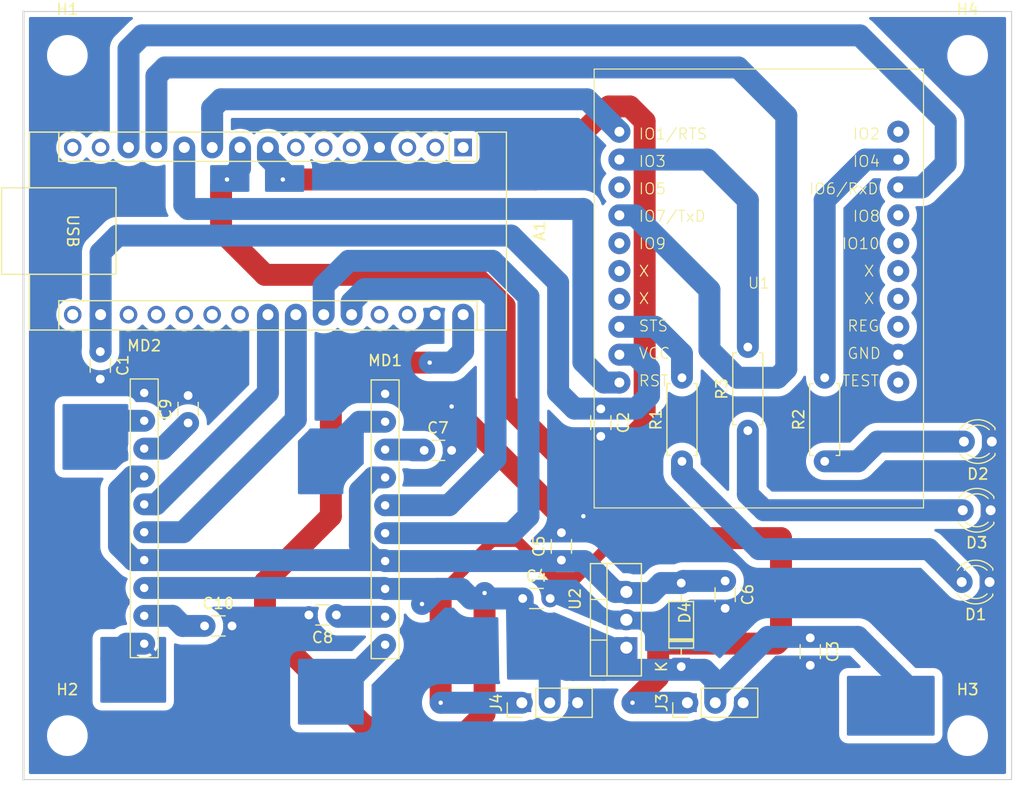
<source format=kicad_pcb>
(kicad_pcb (version 20221018) (generator pcbnew)
  (layers (0 "F.Cu" signal) (31 "B.Cu" signal) (34 "B.Paste" user) (35 "F.Paste" user) (36 "B.SilkS" user "B.Silkscreen") (37 "F.SilkS" user "F.Silkscreen") (38 "B.Mask" user) (39 "F.Mask" user) (44 "Edge.Cuts" user))
  (net 0 "")
  (net 4 "+BATT")
  (net 8 "+3.3V")
  (net 11 "Net-(D1-A)")
  (net 12 "Net-(D2-A)")
  (net 13 "Net-(D3-A)")
  (net 14 "M1OUT1")
  (net 15 "BUSY")
  (net 17 "XMIT")
  (net 18 "SLEEP")
  (net 20 "RX920")
  (net 21 "TX920")
  (net 29 "STATUS")
  (net 30 "REG")
  (net 31 "GND")
  (net 32 "RESET")
  (net 34 "M1IN1")
  (net 35 "M1IN2")
  (net 36 "+5V")
  (net 37 "M1OUT2")
  (net 38 "M2OUT1")
  (net 39 "M2IN1")
  (net 40 "M2IN2")
  (net 41 "M2OUT2")
  (net 42 "SERVO1")
  (net 43 "SERVO2")
  (net 52 "Net-(MD1-CD1)")
  (net 53 "Net-(MD1-CD2)")
  (net 54 "Net-(MD2-CD1)")
  (net 55 "Net-(MD2-CD2)")
  (footprint "Resistor_THT:R_Axial_DIN0207_L6.3mm_D2.5mm_P7.62mm_Horizontal" (layer "F.Cu") (at 154.981387 101 90)
    (fp_text reference "R2" (at 3.81 -2.37 90) (layer "F.SilkS"))
    (fp_text value "R")
    (fp_line (start 0.54 -1.37) (end 7.08 -1.37) (stroke (width 0.12)) (layer "F.SilkS"))
    (fp_line (start 0.54 -1.04) (end 0.54 -1.37) (stroke (width 0.12)) (layer "F.SilkS"))
    (fp_line (start 0.54 1.04) (end 0.54 1.37) (stroke (width 0.12)) (layer "F.SilkS"))
    (fp_line (start 0.54 1.37) (end 7.08 1.37) (stroke (width 0.12)) (layer "F.SilkS"))
    (fp_line (start 7.08 -1.37) (end 7.08 -1.04) (stroke (width 0.12)) (layer "F.SilkS"))
    (fp_line (start 7.08 1.37) (end 7.08 1.04) (stroke (width 0.12)) (layer "F.SilkS"))
    (pad "1" thru_hole circle (at 0 0 90) (size 1.6 1.6) (drill 0.8) (layers "*.Cu" "*.Mask") (net 12 "Net-(D2-A)"))
    (pad "2" thru_hole oval (at 7.62 0 90) (size 1.6 1.6) (drill 0.8) (layers "*.Cu" "*.Mask") (net 18 "SLEEP"))
  )
  (footprint "BA6222:BA6222" (layer "F.Cu") (at 93 92.22)
    (fp_text reference "MD2" (at 0 -1.76 unlocked) (layer "F.SilkS"))
    (fp_text value "~")
    (fp_rect (start -1.27 1.27) (end 1.27 26.67) (stroke (width 0.12)) (fill none) (layer "F.SilkS"))
    (pad "1" thru_hole circle (at 0 2.54) (size 1.524 1.524) (drill 0.762) (layers "*.Cu" "*.Mask") (net 31 "GND"))
    (pad "2" thru_hole circle (at 0 5.08) (size 1.524 1.524) (drill 0.762) (layers "*.Cu" "*.Mask") (net 38 "M2OUT1"))
    (pad "3" thru_hole circle (at 0 7.62) (size 1.524 1.524) (drill 0.762) (layers "*.Cu" "*.Mask") (net 54 "Net-(MD2-CD1)"))
    (pad "4" thru_hole circle (at 0 10.16) (size 1.524 1.524) (drill 0.762) (layers "*.Cu" "*.Mask") (net 36 "+5V"))
    (pad "5" thru_hole circle (at 0 12.7) (size 1.524 1.524) (drill 0.762) (layers "*.Cu" "*.Mask") (net 39 "M2IN1"))
    (pad "6" thru_hole circle (at 0 15.24) (size 1.524 1.524) (drill 0.762) (layers "*.Cu" "*.Mask") (net 40 "M2IN2"))
    (pad "7" thru_hole circle (at 0 17.78) (size 1.524 1.524) (drill 0.762) (layers "*.Cu" "*.Mask") (net 36 "+5V"))
    (pad "8" thru_hole circle (at 0 20.32) (size 1.524 1.524) (drill 0.762) (layers "*.Cu" "*.Mask") (net 4 "+BATT"))
    (pad "9" thru_hole circle (at 0 22.86) (size 1.524 1.524) (drill 0.762) (layers "*.Cu" "*.Mask") (net 55 "Net-(MD2-CD2)"))
    (pad "10" thru_hole circle (at 0 25.4) (size 1.524 1.524) (drill 0.762) (layers "*.Cu" "*.Mask") (net 41 "M2OUT2"))
  )
  (footprint "Module:Arduino_Nano" (layer "F.Cu") (at 122.05 72.39 -90)
    (fp_text reference "A1" (at 7.61 -6.95 90) (layer "F.SilkS"))
    (fp_text value "Arduino_Nano_Every")
    (fp_text user "USB" (at 7.62 35.56 -90 unlocked) (layer "F.SilkS"))
    (fp_line (start -1.4 -3.94) (end -1.4 -1.27) (stroke (width 0.12)) (layer "F.SilkS"))
    (fp_line (start -1.4 1.27) (end -1.4 39.5) (stroke (width 0.12)) (layer "F.SilkS"))
    (fp_line (start -1.4 39.5) (end 3.68 39.5) (stroke (width 0.12)) (layer "F.SilkS"))
    (fp_line (start 1.27 -1.27) (end -1.4 -1.27) (stroke (width 0.12)) (layer "F.SilkS"))
    (fp_line (start 1.27 1.27) (end -1.4 1.27) (stroke (width 0.12)) (layer "F.SilkS"))
    (fp_line (start 1.27 1.27) (end 1.27 -1.27) (stroke (width 0.12)) (layer "F.SilkS"))
    (fp_line (start 1.27 1.27) (end 1.27 36.83) (stroke (width 0.12)) (layer "F.SilkS"))
    (fp_line (start 1.27 36.83) (end -1.4 36.83) (stroke (width 0.12)) (layer "F.SilkS"))
    (fp_line (start 3.68 31.62) (end 11.56 31.62) (stroke (width 0.12)) (layer "F.SilkS"))
    (fp_line (start 3.68 42.04) (end 3.68 31.62) (stroke (width 0.12)) (layer "F.SilkS"))
    (fp_line (start 11.56 31.62) (end 11.56 42.04) (stroke (width 0.12)) (layer "F.SilkS"))
    (fp_line (start 11.56 42.04) (end 3.68 42.04) (stroke (width 0.12)) (layer "F.SilkS"))
    (fp_line (start 13.97 -1.27) (end 13.97 36.83) (stroke (width 0.12)) (layer "F.SilkS"))
    (fp_line (start 13.97 -1.27) (end 16.64 -1.27) (stroke (width 0.12)) (layer "F.SilkS"))
    (fp_line (start 13.97 36.83) (end 16.64 36.83) (stroke (width 0.12)) (layer "F.SilkS"))
    (fp_line (start 16.64 -3.94) (end -1.4 -3.94) (stroke (width 0.12)) (layer "F.SilkS"))
    (fp_line (start 16.64 39.5) (end 11.56 39.5) (stroke (width 0.12)) (layer "F.SilkS"))
    (fp_line (start 16.64 39.5) (end 16.64 -3.94) (stroke (width 0.12)) (layer "F.SilkS"))
    (pad "1" thru_hole rect (at 0 0 270) (size 1.6 1.6) (drill 1) (layers "*.Cu" "*.Mask"))
    (pad "2" thru_hole oval (at 0 2.54 270) (size 1.6 1.6) (drill 1) (layers "*.Cu" "*.Mask"))
    (pad "3" thru_hole oval (at 0 5.08 270) (size 1.6 1.6) (drill 1) (layers "*.Cu" "*.Mask"))
    (pad "4" thru_hole oval (at 0 7.62 270) (size 1.6 1.6) (drill 1) (layers "*.Cu" "*.Mask") (net 31 "GND"))
    (pad "5" thru_hole oval (at 0 10.16 270) (size 1.6 1.6) (drill 1) (layers "*.Cu" "*.Mask"))
    (pad "6" thru_hole oval (at 0 12.7 270) (size 1.6 1.6) (drill 1) (layers "*.Cu" "*.Mask"))
    (pad "7" thru_hole oval (at 0 15.24 270) (size 1.6 1.6) (drill 1) (layers "*.Cu" "*.Mask"))
    (pad "8" thru_hole oval (at 0 17.78 270) (size 1.6 1.6) (drill 1) (layers "*.Cu" "*.Mask") (net 42 "SERVO1"))
    (pad "9" thru_hole oval (at 0 20.32 270) (size 1.6 1.6) (drill 1) (layers "*.Cu" "*.Mask") (net 43 "SERVO2"))
    (pad "10" thru_hole oval (at 0 22.86 270) (size 1.6 1.6) (drill 1) (layers "*.Cu" "*.Mask") (net 15 "BUSY"))
    (pad "11" thru_hole oval (at 0 25.4 270) (size 1.6 1.6) (drill 1) (layers "*.Cu" "*.Mask") (net 32 "RESET"))
    (pad "12" thru_hole oval (at 0 27.94 270) (size 1.6 1.6) (drill 1) (layers "*.Cu" "*.Mask") (net 21 "TX920"))
    (pad "13" thru_hole oval (at 0 30.48 270) (size 1.6 1.6) (drill 1) (layers "*.Cu" "*.Mask") (net 20 "RX920"))
    (pad "14" thru_hole oval (at 0 33.02 270) (size 1.6 1.6) (drill 1) (layers "*.Cu" "*.Mask"))
    (pad "15" thru_hole oval (at 0 35.56 270) (size 1.6 1.6) (drill 1) (layers "*.Cu" "*.Mask"))
    (pad "16" thru_hole oval (at 15.24 35.56 270) (size 1.6 1.6) (drill 1) (layers "*.Cu" "*.Mask"))
    (pad "17" thru_hole oval (at 15.24 33.02 270) (size 1.6 1.6) (drill 1) (layers "*.Cu" "*.Mask") (net 8 "+3.3V"))
    (pad "18" thru_hole oval (at 15.24 30.48 270) (size 1.6 1.6) (drill 1) (layers "*.Cu" "*.Mask"))
    (pad "19" thru_hole oval (at 15.24 27.94 270) (size 1.6 1.6) (drill 1) (layers "*.Cu" "*.Mask"))
    (pad "20" thru_hole oval (at 15.24 25.4 270) (size 1.6 1.6) (drill 1) (layers "*.Cu" "*.Mask"))
    (pad "21" thru_hole oval (at 15.24 22.86 270) (size 1.6 1.6) (drill 1) (layers "*.Cu" "*.Mask"))
    (pad "22" thru_hole oval (at 15.24 20.32 270) (size 1.6 1.6) (drill 1) (layers "*.Cu" "*.Mask"))
    (pad "23" thru_hole oval (at 15.24 17.78 270) (size 1.6 1.6) (drill 1) (layers "*.Cu" "*.Mask") (net 39 "M2IN1"))
    (pad "24" thru_hole oval (at 15.24 15.24 270) (size 1.6 1.6) (drill 1) (layers "*.Cu" "*.Mask") (net 40 "M2IN2"))
    (pad "25" thru_hole oval (at 15.24 12.7 270) (size 1.6 1.6) (drill 1) (layers "*.Cu" "*.Mask") (net 35 "M1IN2"))
    (pad "26" thru_hole oval (at 15.24 10.16 270) (size 1.6 1.6) (drill 1) (layers "*.Cu" "*.Mask") (net 34 "M1IN1"))
    (pad "27" thru_hole oval (at 15.24 7.62 270) (size 1.6 1.6) (drill 1) (layers "*.Cu" "*.Mask"))
    (pad "28" thru_hole oval (at 15.24 5.08 270) (size 1.6 1.6) (drill 1) (layers "*.Cu" "*.Mask"))
    (pad "29" thru_hole oval (at 15.24 2.54 270) (size 1.6 1.6) (drill 1) (layers "*.Cu" "*.Mask") (net 31 "GND"))
    (pad "30" thru_hole oval (at 15.24 0 270) (size 1.6 1.6) (drill 1) (layers "*.Cu" "*.Mask") (net 4 "+BATT"))
  )
  (footprint "Capacitor_THT:C_Disc_D3.0mm_W1.6mm_P2.50mm" (layer "F.Cu") (at 118.5 100)
    (fp_text reference "C7" (at 1.25 -2.05) (layer "F.SilkS"))
    (fp_text value "C")
    (fp_line (start 0.621 -0.92) (end 1.879 -0.92) (stroke (width 0.12)) (layer "F.SilkS"))
    (fp_line (start 0.621 0.92) (end 1.879 0.92) (stroke (width 0.12)) (layer "F.SilkS"))
    (pad "1" thru_hole circle (at 0 0) (size 1.6 1.6) (drill 0.8) (layers "*.Cu" "*.Mask") (net 52 "Net-(MD1-CD1)"))
    (pad "2" thru_hole circle (at 2.5 0) (size 1.6 1.6) (drill 0.8) (layers "*.Cu" "*.Mask") (net 31 "GND"))
  )
  (footprint "Resistor_THT:R_Axial_DIN0207_L6.3mm_D2.5mm_P7.62mm_Horizontal" (layer "F.Cu") (at 147.981387 98.2 90)
    (fp_text reference "R3" (at 3.81 -2.37 90) (layer "F.SilkS"))
    (fp_text value "R")
    (fp_line (start 0.54 -1.37) (end 7.08 -1.37) (stroke (width 0.12)) (layer "F.SilkS"))
    (fp_line (start 0.54 -1.04) (end 0.54 -1.37) (stroke (width 0.12)) (layer "F.SilkS"))
    (fp_line (start 0.54 1.04) (end 0.54 1.37) (stroke (width 0.12)) (layer "F.SilkS"))
    (fp_line (start 0.54 1.37) (end 7.08 1.37) (stroke (width 0.12)) (layer "F.SilkS"))
    (fp_line (start 7.08 -1.37) (end 7.08 -1.04) (stroke (width 0.12)) (layer "F.SilkS"))
    (fp_line (start 7.08 1.37) (end 7.08 1.04) (stroke (width 0.12)) (layer "F.SilkS"))
    (pad "1" thru_hole circle (at 0 0 90) (size 1.6 1.6) (drill 0.8) (layers "*.Cu" "*.Mask") (net 13 "Net-(D3-A)"))
    (pad "2" thru_hole oval (at 7.62 0 90) (size 1.6 1.6) (drill 0.8) (layers "*.Cu" "*.Mask") (net 17 "XMIT"))
  )
  (footprint "Capacitor_THT:C_Disc_D3.0mm_W1.6mm_P2.50mm" (layer "F.Cu") (at 153.664332 117.08739 -90)
    (fp_text reference "C3" (at 1.25 -2.05 90) (layer "F.SilkS"))
    (fp_text value "0.1μ")
    (fp_line (start 0.621 -0.92) (end 1.879 -0.92) (stroke (width 0.12)) (layer "F.SilkS"))
    (fp_line (start 0.621 0.92) (end 1.879 0.92) (stroke (width 0.12)) (layer "F.SilkS"))
    (pad "1" thru_hole circle (at 0 0 270) (size 1.6 1.6) (drill 0.8) (layers "*.Cu" "*.Mask") (net 4 "+BATT"))
    (pad "2" thru_hole circle (at 2.5 0 270) (size 1.6 1.6) (drill 0.8) (layers "*.Cu" "*.Mask") (net 31 "GND"))
  )
  (footprint "Capacitor_THT:C_Disc_D3.0mm_W1.6mm_P2.50mm" (layer "F.Cu") (at 110.5 115 180)
    (fp_text reference "C8" (at 1.25 -2.05 180) (layer "F.SilkS"))
    (fp_text value "C")
    (fp_line (start 0.621 -0.92) (end 1.879 -0.92) (stroke (width 0.12)) (layer "F.SilkS"))
    (fp_line (start 0.621 0.92) (end 1.879 0.92) (stroke (width 0.12)) (layer "F.SilkS"))
    (pad "1" thru_hole circle (at 0 0 180) (size 1.6 1.6) (drill 0.8) (layers "*.Cu" "*.Mask") (net 53 "Net-(MD1-CD2)"))
    (pad "2" thru_hole circle (at 2.5 0 180) (size 1.6 1.6) (drill 0.8) (layers "*.Cu" "*.Mask") (net 31 "GND"))
  )
  (footprint "MountingHole:MountingHole_3.2mm_M3" (layer "F.Cu") (at 86 126)
    (fp_text reference "H2" (at 0 -4.2) (layer "F.SilkS"))
    (fp_text value "MountingHole")
    (pad "" np_thru_hole circle (at 0 0) (size 3.2 3.2) (drill 3.2) (layers "*.Cu" "*.Mask"))
  )
  (footprint "Capacitor_THT:C_Disc_D3.0mm_W1.6mm_P2.50mm" (layer "F.Cu") (at 127.475 113.5)
    (fp_text reference "C4" (at 1.25 -2.05) (layer "F.SilkS"))
    (fp_text value "10μ")
    (fp_line (start 0.621 -0.92) (end 1.879 -0.92) (stroke (width 0.12)) (layer "F.SilkS"))
    (fp_line (start 0.621 0.92) (end 1.879 0.92) (stroke (width 0.12)) (layer "F.SilkS"))
    (pad "1" thru_hole circle (at 0 0) (size 1.6 1.6) (drill 0.8) (layers "*.Cu" "*.Mask") (net 4 "+BATT"))
    (pad "2" thru_hole circle (at 2.5 0) (size 1.6 1.6) (drill 0.8) (layers "*.Cu" "*.Mask") (net 31 "GND"))
  )
  (footprint "Capacitor_THT:C_Disc_D3.0mm_W1.6mm_P2.50mm" (layer "F.Cu") (at 145.91396 111.89896 -90)
    (fp_text reference "C6" (at 1.25 -2.05 90) (layer "F.SilkS"))
    (fp_text value "0.1μ")
    (fp_line (start 0.621 -0.92) (end 1.879 -0.92) (stroke (width 0.12)) (layer "F.SilkS"))
    (fp_line (start 0.621 0.92) (end 1.879 0.92) (stroke (width 0.12)) (layer "F.SilkS"))
    (pad "1" thru_hole circle (at 0 0 270) (size 1.6 1.6) (drill 0.8) (layers "*.Cu" "*.Mask") (net 36 "+5V"))
    (pad "2" thru_hole circle (at 2.5 0 270) (size 1.6 1.6) (drill 0.8) (layers "*.Cu" "*.Mask") (net 31 "GND"))
  )
  (footprint "Connector_PinHeader_2.54mm:PinHeader_1x03_P2.54mm_Vertical" (layer "F.Cu") (at 142.475 123 90)
    (fp_text reference "J3" (at 0 -2.33 90) (layer "F.SilkS"))
    (fp_text value "Conn_01x03")
    (fp_line (start -1.33 -1.33) (end 0 -1.33) (stroke (width 0.12)) (layer "F.SilkS"))
    (fp_line (start -1.33 0) (end -1.33 -1.33) (stroke (width 0.12)) (layer "F.SilkS"))
    (fp_line (start -1.33 1.27) (end -1.33 6.41) (stroke (width 0.12)) (layer "F.SilkS"))
    (fp_line (start -1.33 1.27) (end 1.33 1.27) (stroke (width 0.12)) (layer "F.SilkS"))
    (fp_line (start -1.33 6.41) (end 1.33 6.41) (stroke (width 0.12)) (layer "F.SilkS"))
    (fp_line (start 1.33 1.27) (end 1.33 6.41) (stroke (width 0.12)) (layer "F.SilkS"))
    (pad "1" thru_hole rect (at 0 0 90) (size 1.7 1.7) (drill 1) (layers "*.Cu" "*.Mask") (net 42 "SERVO1"))
    (pad "2" thru_hole oval (at 0 2.54 90) (size 1.7 1.7) (drill 1) (layers "*.Cu" "*.Mask") (net 4 "+BATT"))
    (pad "3" thru_hole oval (at 0 5.08 90) (size 1.7 1.7) (drill 1) (layers "*.Cu" "*.Mask") (net 31 "GND"))
  )
  (footprint "Capacitor_THT:C_Disc_D3.0mm_W1.6mm_P2.50mm" (layer "F.Cu") (at 98.5 116)
    (fp_text reference "C10" (at 1.25 -2.05) (layer "F.SilkS"))
    (fp_text value "C")
    (fp_line (start 0.621 -0.92) (end 1.879 -0.92) (stroke (width 0.12)) (layer "F.SilkS"))
    (fp_line (start 0.621 0.92) (end 1.879 0.92) (stroke (width 0.12)) (layer "F.SilkS"))
    (pad "1" thru_hole circle (at 0 0) (size 1.6 1.6) (drill 0.8) (layers "*.Cu" "*.Mask") (net 55 "Net-(MD2-CD2)"))
    (pad "2" thru_hole circle (at 2.5 0) (size 1.6 1.6) (drill 0.8) (layers "*.Cu" "*.Mask") (net 31 "GND"))
  )
  (footprint "MountingHole:MountingHole_3.2mm_M3" (layer "F.Cu") (at 86 64)
    (fp_text reference "H1" (at 0 -4.2) (layer "F.SilkS"))
    (fp_text value "MountingHole")
    (pad "" np_thru_hole circle (at 0 0) (size 3.2 3.2) (drill 3.2) (layers "*.Cu" "*.Mask"))
  )
  (footprint "Capacitor_THT:C_Disc_D3.0mm_W1.6mm_P2.50mm" (layer "F.Cu") (at 89 91 -90)
    (fp_text reference "C1" (at 1.25 -2.05 -90) (layer "F.SilkS"))
    (fp_text value "10μ")
    (fp_line (start 0.621 -0.92) (end 1.879 -0.92) (stroke (width 0.12)) (layer "F.SilkS"))
    (fp_line (start 0.621 0.92) (end 1.879 0.92) (stroke (width 0.12)) (layer "F.SilkS"))
    (pad "1" thru_hole circle (at 0 0 270) (size 1.6 1.6) (drill 0.8) (layers "*.Cu" "*.Mask") (net 8 "+3.3V"))
    (pad "2" thru_hole circle (at 2.5 0 270) (size 1.6 1.6) (drill 0.8) (layers "*.Cu" "*.Mask") (net 31 "GND"))
  )
  (footprint "MountingHole:MountingHole_3.2mm_M3" (layer "F.Cu") (at 168 126)
    (fp_text reference "H3" (at 0 -4.2) (layer "F.SilkS"))
    (fp_text value "MountingHole")
    (pad "" np_thru_hole circle (at 0 0) (size 3.2 3.2) (drill 3.2) (layers "*.Cu" "*.Mask"))
  )
  (footprint "Connector_PinHeader_2.54mm:PinHeader_1x03_P2.54mm_Vertical" (layer "F.Cu") (at 127.395 123 90)
    (fp_text reference "J4" (at 0 -2.33 90) (layer "F.SilkS"))
    (fp_text value "Conn_01x03")
    (fp_line (start -1.33 -1.33) (end 0 -1.33) (stroke (width 0.12)) (layer "F.SilkS"))
    (fp_line (start -1.33 0) (end -1.33 -1.33) (stroke (width 0.12)) (layer "F.SilkS"))
    (fp_line (start -1.33 1.27) (end -1.33 6.41) (stroke (width 0.12)) (layer "F.SilkS"))
    (fp_line (start -1.33 1.27) (end 1.33 1.27) (stroke (width 0.12)) (layer "F.SilkS"))
    (fp_line (start -1.33 6.41) (end 1.33 6.41) (stroke (width 0.12)) (layer "F.SilkS"))
    (fp_line (start 1.33 1.27) (end 1.33 6.41) (stroke (width 0.12)) (layer "F.SilkS"))
    (pad "1" thru_hole rect (at 0 0 90) (size 1.7 1.7) (drill 1) (layers "*.Cu" "*.Mask") (net 43 "SERVO2"))
    (pad "2" thru_hole oval (at 0 2.54 90) (size 1.7 1.7) (drill 1) (layers "*.Cu" "*.Mask") (net 4 "+BATT"))
    (pad "3" thru_hole oval (at 0 5.08 90) (size 1.7 1.7) (drill 1) (layers "*.Cu" "*.Mask") (net 31 "GND"))
  )
  (footprint "Capacitor_THT:C_Disc_D3.0mm_W1.6mm_P2.50mm" (layer "F.Cu") (at 134.588652 96.21792 -90)
    (fp_text reference "C2" (at 1.25 -2.05 90) (layer "F.SilkS"))
    (fp_text value "10μ")
    (fp_line (start 0.621 -0.92) (end 1.879 -0.92) (stroke (width 0.12)) (layer "F.SilkS"))
    (fp_line (start 0.621 0.92) (end 1.879 0.92) (stroke (width 0.12)) (layer "F.SilkS"))
    (pad "1" thru_hole circle (at 0 0 270) (size 1.6 1.6) (drill 0.8) (layers "*.Cu" "*.Mask") (net 8 "+3.3V"))
    (pad "2" thru_hole circle (at 2.5 0 270) (size 1.6 1.6) (drill 0.8) (layers "*.Cu" "*.Mask") (net 31 "GND"))
  )
  (footprint "Resistor_THT:R_Axial_DIN0207_L6.3mm_D2.5mm_P7.62mm_Horizontal" (layer "F.Cu") (at 141.981387 101 90)
    (fp_text reference "R1" (at 3.81 -2.37 90) (layer "F.SilkS"))
    (fp_text value "R")
    (fp_line (start 0.54 -1.37) (end 7.08 -1.37) (stroke (width 0.12)) (layer "F.SilkS"))
    (fp_line (start 0.54 -1.04) (end 0.54 -1.37) (stroke (width 0.12)) (layer "F.SilkS"))
    (fp_line (start 0.54 1.04) (end 0.54 1.37) (stroke (width 0.12)) (layer "F.SilkS"))
    (fp_line (start 0.54 1.37) (end 7.08 1.37) (stroke (width 0.12)) (layer "F.SilkS"))
    (fp_line (start 7.08 -1.37) (end 7.08 -1.04) (stroke (width 0.12)) (layer "F.SilkS"))
    (fp_line (start 7.08 1.37) (end 7.08 1.04) (stroke (width 0.12)) (layer "F.SilkS"))
    (pad "1" thru_hole circle (at 0 0 90) (size 1.6 1.6) (drill 0.8) (layers "*.Cu" "*.Mask") (net 11 "Net-(D1-A)"))
    (pad "2" thru_hole oval (at 7.62 0 90) (size 1.6 1.6) (drill 0.8) (layers "*.Cu" "*.Mask") (net 29 "STATUS"))
  )
  (footprint "LED_THT:LED_D3.0mm" (layer "F.Cu") (at 170.202161 99.196457 180)
    (fp_text reference "D2" (at 1.27 -2.96) (layer "F.SilkS"))
    (fp_text value "LED")
    (fp_line (start -0.29 -1.236) (end -0.29 -1.08) (stroke (width 0.12)) (layer "F.SilkS"))
    (fp_line (start -0.29 1.08) (end -0.29 1.236) (stroke (width 0.12)) (layer "F.SilkS"))
    (fp_arc (start -0.29 -1.235516) (mid 1.366487 -1.987659) (end 2.942335 -1.078608) (stroke (width 0.12)) (layer "F.SilkS"))
    (fp_arc (start 0.229039 -1.08) (mid 1.270117 -1.5) (end 2.31113 -1.079837) (stroke (width 0.12)) (layer "F.SilkS"))
    (fp_arc (start 2.31113 1.079837) (mid 1.270117 1.5) (end 0.229039 1.08) (stroke (width 0.12)) (layer "F.SilkS"))
    (fp_arc (start 2.942335 1.078608) (mid 1.366487 1.987659) (end -0.29 1.235516) (stroke (width 0.12)) (layer "F.SilkS"))
    (pad "1" thru_hole rect (at 0 0 180) (size 1.8 1.8) (drill 0.9) (layers "*.Cu" "*.Mask") (net 31 "GND"))
    (pad "2" thru_hole circle (at 2.54 0 180) (size 1.8 1.8) (drill 0.9) (layers "*.Cu" "*.Mask") (net 12 "Net-(D2-A)"))
  )
  (footprint "Diode_THT:D_DO-35_SOD27_P7.62mm_Horizontal" (layer "F.Cu") (at 141.91396 119.70896 90)
    (fp_text reference "D4" (at 4.91104 0.31896 90) (layer "F.SilkS"))
    (fp_text value "D")
    (fp_text user "K" (at 0 -1.8 90) (layer "F.SilkS"))
    (fp_line (start 1.04 0) (end 1.69 0) (stroke (width 0.12)) (layer "F.SilkS"))
    (fp_line (start 1.69 -1.12) (end 1.69 1.12) (stroke (width 0.12)) (layer "F.SilkS"))
    (fp_line (start 1.69 1.12) (end 5.93 1.12) (stroke (width 0.12)) (layer "F.SilkS"))
    (fp_line (start 2.29 -1.12) (end 2.29 1.12) (stroke (width 0.12)) (layer "F.SilkS"))
    (fp_line (start 2.41 -1.12) (end 2.41 1.12) (stroke (width 0.12)) (layer "F.SilkS"))
    (fp_line (start 2.53 -1.12) (end 2.53 1.12) (stroke (width 0.12)) (layer "F.SilkS"))
    (fp_line (start 5.93 -1.12) (end 1.69 -1.12) (stroke (width 0.12)) (layer "F.SilkS"))
    (fp_line (start 5.93 1.12) (end 5.93 -1.12) (stroke (width 0.12)) (layer "F.SilkS"))
    (fp_line (start 6.58 0) (end 5.93 0) (stroke (width 0.12)) (layer "F.SilkS"))
    (pad "1" thru_hole rect (at 0 0 90) (size 1.6 1.6) (drill 0.8) (layers "*.Cu" "*.Mask") (net 4 "+BATT"))
    (pad "2" thru_hole oval (at 7.62 0 90) (size 1.6 1.6) (drill 0.8) (layers "*.Cu" "*.Mask") (net 36 "+5V"))
  )
  (footprint "Capacitor_THT:C_Disc_D3.0mm_W1.6mm_P2.50mm" (layer "F.Cu") (at 97 97.5 90)
    (fp_text reference "C9" (at 1.25 -2.05 90) (layer "F.SilkS"))
    (fp_text value "C")
    (fp_line (start 0.621 -0.92) (end 1.879 -0.92) (stroke (width 0.12)) (layer "F.SilkS"))
    (fp_line (start 0.621 0.92) (end 1.879 0.92) (stroke (width 0.12)) (layer "F.SilkS"))
    (pad "1" thru_hole circle (at 0 0 90) (size 1.6 1.6) (drill 0.8) (layers "*.Cu" "*.Mask") (net 54 "Net-(MD2-CD1)"))
    (pad "2" thru_hole circle (at 2.5 0 90) (size 1.6 1.6) (drill 0.8) (layers "*.Cu" "*.Mask") (net 31 "GND"))
  )
  (footprint "Package_TO_SOT_THT:TO-220-3_Vertical" (layer "F.Cu") (at 136.91396 117.97896 90)
    (fp_text reference "U2" (at 4.444121 -4.664564 90) (layer "F.SilkS"))
    (fp_text value "LM7805_TO220")
    (fp_line (start -2.58 -3.27) (end -2.58 1.371) (stroke (width 0.12)) (layer "F.SilkS"))
    (fp_line (start -2.58 -3.27) (end 7.66 -3.27) (stroke (width 0.12)) (layer "F.SilkS"))
    (fp_line (start -2.58 -1.76) (end 7.66 -1.76) (stroke (width 0.12)) (layer "F.SilkS"))
    (fp_line (start -2.58 1.371) (end 7.66 1.371) (stroke (width 0.12)) (layer "F.SilkS"))
    (fp_line (start 0.69 -3.27) (end 0.69 -1.76) (stroke (width 0.12)) (layer "F.SilkS"))
    (fp_line (start 4.391 -3.27) (end 4.391 -1.76) (stroke (width 0.12)) (layer "F.SilkS"))
    (fp_line (start 7.66 -3.27) (end 7.66 1.371) (stroke (width 0.12)) (layer "F.SilkS"))
    (pad "1" thru_hole rect (at 0 0 90) (size 1.905 2) (drill 1.1) (layers "*.Cu" "*.Mask") (net 4 "+BATT"))
    (pad "2" thru_hole oval (at 2.54 0 90) (size 1.905 2) (drill 1.1) (layers "*.Cu" "*.Mask") (net 31 "GND"))
    (pad "3" thru_hole oval (at 5.08 0 90) (size 1.905 2) (drill 1.1) (layers "*.Cu" "*.Mask") (net 36 "+5V"))
  )
  (footprint "LED_THT:LED_D3.0mm" (layer "F.Cu") (at 170.097255 105.45775 180)
    (fp_text reference "D3" (at 1.27 -2.96) (layer "F.SilkS"))
    (fp_text value "LED")
    (fp_line (start -0.29 -1.236) (end -0.29 -1.08) (stroke (width 0.12)) (layer "F.SilkS"))
    (fp_line (start -0.29 1.08) (end -0.29 1.236) (stroke (width 0.12)) (layer "F.SilkS"))
    (fp_arc (start -0.29 -1.235516) (mid 1.366487 -1.987659) (end 2.942335 -1.078608) (stroke (width 0.12)) (layer "F.SilkS"))
    (fp_arc (start 0.229039 -1.08) (mid 1.270117 -1.5) (end 2.31113 -1.079837) (stroke (width 0.12)) (layer "F.SilkS"))
    (fp_arc (start 2.31113 1.079837) (mid 1.270117 1.5) (end 0.229039 1.08) (stroke (width 0.12)) (layer "F.SilkS"))
    (fp_arc (start 2.942335 1.078608) (mid 1.366487 1.987659) (end -0.29 1.235516) (stroke (width 0.12)) (layer "F.SilkS"))
    (pad "1" thru_hole rect (at 0 0 180) (size 1.8 1.8) (drill 0.9) (layers "*.Cu" "*.Mask") (net 31 "GND"))
    (pad "2" thru_hole circle (at 2.54 0 180) (size 1.8 1.8) (drill 0.9) (layers "*.Cu" "*.Mask") (net 13 "Net-(D3-A)"))
  )
  (footprint "MountingHole:MountingHole_3.2mm_M3" (layer "F.Cu") (at 168 64)
    (fp_text reference "H4" (at 0 -4.2) (layer "F.SilkS"))
    (fp_text value "MountingHole")
    (pad "" np_thru_hole circle (at 0 0) (size 3.2 3.2) (drill 3.2) (layers "*.Cu" "*.Mask"))
  )
  (footprint "interplan:IM920c-ADP_1" (layer "F.Cu") (at 148.981387 85.245)
    (fp_text reference "U1" (at 0 -0.5 unlocked) (layer "F.SilkS") (effects (font (thickness 0.1))))
    (fp_text value "IM920sL")
    (fp_text user "STS" (at -11 4 unlocked) (layer "F.SilkS") (effects (font (thickness 0.1)) (justify left bottom)))
    (fp_text user "IO3" (at -11 -11 unlocked) (layer "F.SilkS") (effects (font (thickness 0.1)) (justify left bottom)))
    (fp_text user "IO10" (at 7.5 -3.5 unlocked) (layer "F.SilkS") (effects (font (thickness 0.1)) (justify left bottom)))
    (fp_text user "X" (at 9.5 -1 unlocked) (layer "F.SilkS") (effects (font (thickness 0.1)) (justify left bottom)))
    (fp_text user "IO6/RxD" (at 4.5 -8.5 unlocked) (layer "F.SilkS") (effects (font (thickness 0.1)) (justify left bottom)))
    (fp_text user "IO4" (at 8.5 -11 unlocked) (layer "F.SilkS") (effects (font (thickness 0.1)) (justify left bottom)))
    (fp_text user "IO1/RTS" (at -11 -13.5 unlocked) (layer "F.SilkS") (effects (font (thickness 0.1)) (justify left bottom)))
    (fp_text user "REG" (at 8 4 unlocked) (layer "F.SilkS") (effects (font (thickness 0.1)) (justify left bottom)))
    (fp_text user "X" (at 9.5 1.5 unlocked) (layer "F.SilkS") (effects (font (thickness 0.1)) (justify left bottom)))
    (fp_text user "IO8" (at 8.5 -6 unlocked) (layer "F.SilkS") (effects (font (thickness 0.1)) (justify left bottom)))
    (fp_text user "X" (at -11 1.5 unlocked) (layer "F.SilkS") (effects (font (thickness 0.1)) (justify left bottom)))
    (fp_text user "IO5" (at -11 -8.5 unlocked) (layer "F.SilkS") (effects (font (thickness 0.1)) (justify left bottom)))
    (fp_text user "IO2" (at 8.5 -13.5 unlocked) (layer "F.SilkS") (effects (font (thickness 0.1)) (justify left bottom)))
    (fp_text user "IO7/TxD" (at -11 -6 unlocked) (layer "F.SilkS") (effects (font (thickness 0.1)) (justify left bottom)))
    (fp_text user "GND" (at 8 6.5 unlocked) (layer "F.SilkS") (effects (font (thickness 0.1)) (justify left bottom)))
    (fp_text user "VCC" (at -11 6.5 unlocked) (layer "F.SilkS") (effects (font (thickness 0.1)) (justify left bottom)))
    (fp_text user "X" (at -11 -1 unlocked) (layer "F.SilkS") (effects (font (thickness 0.1)) (justify left bottom)))
    (fp_text user "TEST" (at 7.5 9 unlocked) (layer "F.SilkS") (effects (font (thickness 0.1)) (justify left bottom)))
    (fp_text user "RST" (at -11 9 unlocked) (layer "F.SilkS") (effects (font (thickness 0.1)) (justify left bottom)))
    (fp_text user "IO9" (at -11 -3.5 unlocked) (layer "F.SilkS") (effects (font (thickness 0.1)) (justify left bottom)))
    (fp_line (start -15 -20) (end 15 -20) (stroke (width 0.1)) (layer "F.SilkS"))
    (fp_line (start -15 20) (end -15 -20) (stroke (width 0.1)) (layer "F.SilkS"))
    (fp_line (start -15 20) (end 15 20) (stroke (width 0.1)) (layer "F.SilkS"))
    (fp_line (start 15 20) (end 15 -20) (stroke (width 0.1)) (layer "F.SilkS"))
    (pad "1" thru_hole circle (at -12.7 -14.29) (size 2 2) (drill 0.9) (layers "*.Cu" "*.Mask") (net 15 "BUSY"))
    (pad "2" thru_hole circle (at 12.7 -14.29) (size 2 2) (drill 0.9) (layers "*.Cu" "*.Mask"))
    (pad "3" thru_hole circle (at -12.7 -11.75) (size 2 2) (drill 0.9) (layers "*.Cu" "*.Mask") (net 17 "XMIT"))
    (pad "4" thru_hole circle (at 12.7 -11.75) (size 2 2) (drill 0.9) (layers "*.Cu" "*.Mask") (net 18 "SLEEP"))
    (pad "5" thru_hole circle (at -12.7 -9.21) (size 2 2) (drill 0.9) (layers "*.Cu" "*.Mask"))
    (pad "6" thru_hole circle (at 12.7 -9.21) (size 2 2) (drill 0.9) (layers "*.Cu" "*.Mask") (net 20 "RX920"))
    (pad "7" thru_hole circle (at -12.7 -6.67) (size 2 2) (drill 0.9) (layers "*.Cu" "*.Mask") (net 21 "TX920"))
    (pad "8" thru_hole circle (at 12.7 -6.67) (size 2 2) (drill 0.9) (layers "*.Cu" "*.Mask"))
    (pad "9" thru_hole circle (at -12.7 -4.13) (size 2 2) (drill 0.9) (layers "*.Cu" "*.Mask"))
    (pad "10" thru_hole circle (at 12.7 -4.13) (size 2 2) (drill 0.9) (layers "*.Cu" "*.Mask"))
    (pad "11" thru_hole circle (at -12.7 -1.59) (size 2 2) (drill 0.9) (layers "*.Cu" "*.Mask"))
    (pad "12" thru_hole circle (at 12.7 -1.59) (size 2 2) (drill 0.9) (layers "*.Cu" "*.Mask"))
    (pad "13" thru_hole circle (at -12.7 0.95) (size 2 2) (drill 0.9) (layers "*.Cu" "*.Mask"))
    (pad "14" thru_hole circle (at 12.7 0.95) (size 2 2) (drill 0.9) (layers "*.Cu" "*.Mask"))
    (pad "15" thru_hole circle (at -12.7 3.49) (size 2 2) (drill 0.9) (layers "*.Cu" "*.Mask") (net 29 "STATUS"))
    (pad "16" thru_hole circle (at 12.7 3.49) (size 2 2) (drill 0.9) (layers "*.Cu" "*.Mask") (net 30 "REG"))
    (pad "17" thru_hole circle (at -12.7 6.03) (size 2 2) (drill 0.9) (layers "*.Cu" "*.Mask") (net 8 "+3.3V"))
    (pad "18" thru_hole circle (at 12.7 6.03) (size 2 2) (drill 0.9) (layers "*.Cu" "*.Mask") (net 31 "GND"))
    (pad "19" thru_hole circle (at -12.7 8.57) (size 2 2) (drill 0.9) (layers "*.Cu" "*.Mask") (net 32 "RESET"))
    (pad "20" thru_hole circle (at 12.7 8.57) (size 2 2) (drill 0.9) (layers "*.Cu" "*.Mask"))
  )
  (footprint "Capacitor_THT:C_Disc_D3.0mm_W1.6mm_P2.50mm" (layer "F.Cu") (at 131 110 90)
    (fp_text reference "C5" (at 1.25 -2.05 90) (layer "F.SilkS"))
    (fp_text value "10μ")
    (fp_line (start 0.621 -0.92) (end 1.879 -0.92) (stroke (width 0.12)) (layer "F.SilkS"))
    (fp_line (start 0.621 0.92) (end 1.879 0.92) (stroke (width 0.12)) (layer "F.SilkS"))
    (pad "1" thru_hole circle (at 0 0 90) (size 1.6 1.6) (drill 0.8) (layers "*.Cu" "*.Mask") (net 36 "+5V"))
    (pad "2" thru_hole circle (at 2.5 0 90) (size 1.6 1.6) (drill 0.8) (layers "*.Cu" "*.Mask") (net 31 "GND"))
  )
  (footprint "LED_THT:LED_D3.0mm" (layer "F.Cu") (at 170 112 180)
    (fp_text reference "D1" (at 1.27 -2.96) (layer "F.SilkS"))
    (fp_text value "LED")
    (fp_line (start -0.29 -1.236) (end -0.29 -1.08) (stroke (width 0.12)) (layer "F.SilkS"))
    (fp_line (start -0.29 1.08) (end -0.29 1.236) (stroke (width 0.12)) (layer "F.SilkS"))
    (fp_arc (start -0.29 -1.235516) (mid 1.366487 -1.987659) (end 2.942335 -1.078608) (stroke (width 0.12)) (layer "F.SilkS"))
    (fp_arc (start 0.229039 -1.08) (mid 1.270117 -1.5) (end 2.31113 -1.079837) (stroke (width 0.12)) (layer "F.SilkS"))
    (fp_arc (start 2.31113 1.079837) (mid 1.270117 1.5) (end 0.229039 1.08) (stroke (width 0.12)) (layer "F.SilkS"))
    (fp_arc (start 2.942335 1.078608) (mid 1.366487 1.987659) (end -0.29 1.235516) (stroke (width 0.12)) (layer "F.SilkS"))
    (pad "1" thru_hole rect (at 0 0 180) (size 1.8 1.8) (drill 0.9) (layers "*.Cu" "*.Mask") (net 31 "GND"))
    (pad "2" thru_hole circle (at 2.54 0 180) (size 1.8 1.8) (drill 0.9) (layers "*.Cu" "*.Mask") (net 11 "Net-(D1-A)"))
  )
  (footprint "BA6222:BA6222" (layer "F.Cu") (at 114.944037 92.307855)
    (fp_text reference "MD1" (at 0 -0.5 unlocked) (layer "F.SilkS"))
    (fp_text value "~")
    (fp_rect (start -1.27 1.27) (end 1.27 26.67) (stroke (width 0.12)) (fill none) (layer "F.SilkS"))
    (pad "1" thru_hole circle (at 0 2.54) (size 1.524 1.524) (drill 0.762) (layers "*.Cu" "*.Mask") (net 31 "GND"))
    (pad "2" thru_hole circle (at 0 5.08) (size 1.524 1.524) (drill 0.762) (layers "*.Cu" "*.Mask") (net 14 "M1OUT1"))
    (pad "3" thru_hole circle (at 0 7.62) (size 1.524 1.524) (drill 0.762) (layers "*.Cu" "*.Mask") (net 52 "Net-(MD1-CD1)"))
    (pad "4" thru_hole circle (at 0 10.16) (size 1.524 1.524) (drill 0.762) (layers "*.Cu" "*.Mask") (net 36 "+5V"))
    (pad "5" thru_hole circle (at 0 12.7) (size 1.524 1.524) (drill 0.762) (layers "*.Cu" "*.Mask") (net 34 "M1IN1"))
    (pad "6" thru_hole circle (at 0 15.24) (size 1.524 1.524) (drill 0.762) (layers "*.Cu" "*.Mask") (net 35 "M1IN2"))
    (pad "7" thru_hole circle (at 0 17.78) (size 1.524 1.524) (drill 0.762) (layers "*.Cu" "*.Mask") (net 36 "+5V"))
    (pad "8" thru_hole circle (at 0 20.32) (size 1.524 1.524) (drill 0.762) (layers "*.Cu" "*.Mask") (net 4 "+BATT"))
    (pad "9" thru_hole circle (at 0 22.86) (size 1.524 1.524) (drill 0.762) (layers "*.Cu" "*.Mask") (net 53 "Net-(MD1-CD2)"))
    (pad "10" thru_hole circle (at 0 25.4) (size 1.524 1.524) (drill 0.762) (layers "*.Cu" "*.Mask") (net 37 "M1OUT2"))
  )
  (gr_line (start 172 130) (end 172 60) (stroke (width 0.1)) (layer "Edge.Cuts"))
  (gr_line (start 82 60) (end 82 130) (stroke (width 0.2)) (layer "Edge.Cuts"))
  (gr_line (start 172 60) (end 82 60) (stroke (width 0.1)) (layer "Edge.Cuts"))
  (gr_line (start 82 130) (end 172 130) (stroke (width 0.1)) (layer "Edge.Cuts"))
  (segment (start 110 106) (end 110 92) (width 2) (layer "F.Cu") (net 4))
  (segment (start 124 124) (end 121 127) (width 2) (layer "F.Cu") (net 4))
  (segment (start 112.969849 125) (end 104 116.030151) (width 2) (layer "F.Cu") (net 4))
  (segment (start 113 125) (end 112.969849 125) (width 2) (layer "F.Cu") (net 4))
  (segment (start 104 112) (end 110 106) (width 2) (layer "F.Cu") (net 4))
  (segment (start 104 116.030151) (end 104 112) (width 2) (layer "F.Cu") (net 4))
  (segment (start 124 113) (end 124 124) (width 2) (layer "F.Cu") (net 4))
  (segment (start 115 127) (end 113 125) (width 2) (layer "F.Cu") (net 4))
  (segment (start 110 92) (end 119 92) (width 2) (layer "F.Cu") (net 4))
  (segment (start 121 127) (end 115 127) (width 2) (layer "F.Cu") (net 4))
  (via (at 124 113) (size 0.8) (drill 0.4) (layers "F.Cu" "B.Cu") (net 4))
  (via (at 119 92) (size 0.8) (drill 0.4) (layers "F.Cu" "B.Cu") (net 4))
  (via (at 118.3005 114) (size 0.8) (drill 0.4) (layers "F.Cu" "B.Cu") (net 4))
  (segment (start 121 92) (end 119 92) (width 2) (layer "B.Cu") (net 4))
  (segment (start 121.872145 112.627855) (end 122.74429 113.5) (width 2) (layer "B.Cu") (net 4))
  (segment (start 131.475 120) (end 144 120) (width 2) (layer "B.Cu") (net 4))
  (segment (start 158 117) (end 163 122) (width 2) (layer "B.Cu") (net 4))
  (segment (start 149.812919 117) (end 158 117) (width 2) (layer "B.Cu") (net 4))
  (segment (start 127.475 113.5) (end 124.5 113.5) (width 2) (layer "B.Cu") (net 4))
  (segment (start 122.05 90.95) (end 121 92) (width 2) (layer "B.Cu") (net 4))
  (segment (start 118.3005 114) (end 119.672645 112.627855) (width 2) (layer "B.Cu") (net 4))
  (segment (start 145.015 123) (end 145.015 121.797919) (width 2) (layer "B.Cu") (net 4))
  (segment (start 93 112.54) (end 114.856182 112.54) (width 2) (layer "B.Cu") (net 4))
  (segment (start 124.5 113.5) (end 124 113) (width 2) (layer "B.Cu") (net 4))
  (segment (start 119.672645 112.627855) (end 121.872145 112.627855) (width 2) (layer "B.Cu") (net 4))
  (segment (start 132.015 120) (end 134.89292 120) (width 2) (layer "B.Cu") (net 4))
  (segment (start 127.475 115.46) (end 132.015 120) (width 2) (layer "B.Cu") (net 4))
  (segment (start 134.89292 120) (end 136.91396 117.97896) (width 2) (layer "B.Cu") (net 4))
  (segment (start 145.015 121.015) (end 145.015 123) (width 2) (layer "B.Cu") (net 4))
  (segment (start 114.856182 112.54) (end 114.944037 112.627855) (width 2) (layer "B.Cu") (net 4))
  (segment (start 131.475 117.5) (end 131.475 120) (width 2) (layer "B.Cu") (net 4))
  (segment (start 122.05 87.63) (end 122.05 90.95) (width 2) (layer "B.Cu") (net 4))
  (segment (start 114.944037 112.627855) (end 121.872145 112.627855) (width 2) (layer "B.Cu") (net 4))
  (segment (start 122.74429 113.5) (end 124.5 113.5) (width 2) (layer "B.Cu") (net 4))
  (segment (start 145.015 121.797919) (end 149.812919 117) (width 2) (layer "B.Cu") (net 4))
  (segment (start 129.935 115.96) (end 129.935 123) (width 2) (layer "B.Cu") (net 4))
  (segment (start 144 120) (end 145.015 121.015) (width 2) (layer "B.Cu") (net 4))
  (segment (start 127.475 113.5) (end 127.475 115.46) (width 2) (layer "B.Cu") (net 4))
  (segment (start 89.03 81.97) (end 89.03 87.63) (width 2) (layer "B.Cu") (net 8))
  (segment (start 90.577233 80.422767) (end 89.03 81.97) (width 2) (layer "B.Cu") (net 8))
  (segment (start 138.981387 92.560787) (end 138.981387 95.018613) (width 2) (layer "B.Cu") (net 8))
  (segment (start 89.03 87.63) (end 89.03 90.97) (width 2) (layer "B.Cu") (net 8))
  (segment (start 138.981387 95.018613) (end 137.81 96.19) (width 2) (layer "B.Cu") (net 8))
  (segment (start 130.7 94.7) (end 130.7 84.7) (width 2) (layer "B.Cu") (net 8))
  (segment (start 89.03 90.97) (end 89 91) (width 2) (layer "B.Cu") (net 8))
  (segment (start 137.81 96.19) (end 132.19 96.19) (width 2) (layer "B.Cu") (net 8))
  (segment (start 132.19 96.19) (end 130.7 94.7) (width 2) (layer "B.Cu") (net 8))
  (segment (start 130.7 84.7) (end 126.422767 80.422767) (width 2) (layer "B.Cu") (net 8))
  (segment (start 136.281387 91.275) (end 137.6956 91.275) (width 2) (layer "B.Cu") (net 8))
  (segment (start 126.422767 80.422767) (end 90.577233 80.422767) (width 2) (layer "B.Cu") (net 8))
  (segment (start 137.6956 91.275) (end 138.981387 92.560787) (width 2) (layer "B.Cu") (net 8))
  (segment (start 164.46 109) (end 167.46 112) (width 2) (layer "B.Cu") (net 11))
  (segment (start 149 109) (end 164.46 109) (width 2) (layer "B.Cu") (net 11))
  (segment (start 141.981387 101.981387) (end 149 109) (width 2) (layer "B.Cu") (net 11))
  (segment (start 141.981387 101) (end 141.981387 101.981387) (width 2) (layer "B.Cu") (net 11))
  (segment (start 158 101) (end 159.803543 99.196457) (width 2) (layer "B.Cu") (net 12))
  (segment (start 159.803543 99.196457) (end 167.662161 99.196457) (width 2) (layer "B.Cu") (net 12))
  (segment (start 154.981387 101) (end 158 101) (width 2) (layer "B.Cu") (net 12))
  (segment (start 148.981387 105) (end 149 105) (width 2) (layer "B.Cu") (net 13))
  (segment (start 149 105) (end 149.45775 105.45775) (width 2) (layer "B.Cu") (net 13))
  (segment (start 149.45775 105.45775) (end 167.557255 105.45775) (width 2) (layer "B.Cu") (net 13))
  (segment (start 147.981387 104) (end 148.981387 105) (width 2) (layer "B.Cu") (net 13))
  (segment (start 147.981387 98.2) (end 147.981387 104) (width 2) (layer "B.Cu") (net 13))
  (segment (start 114.944037 97.387855) (end 112.612145 97.387855) (width 2) (layer "B.Cu") (net 14))
  (segment (start 112.612145 97.387855) (end 111 99) (width 2) (layer "B.Cu") (net 14))
  (segment (start 133.326387 68) (end 100 68) (width 2) (layer "B.Cu") (net 15))
  (segment (start 136.281387 70.955) (end 133.326387 68) (width 2) (layer "B.Cu") (net 15))
  (segment (start 100 68) (end 99.19 68.81) (width 2) (layer "B.Cu") (net 15))
  (segment (start 99.19 68.81) (end 99.19 72.39) (width 2) (layer "B.Cu") (net 15))
  (segment (start 144.286387 73.495) (end 147.981387 77.19) (width 2) (layer "B.Cu") (net 17))
  (segment (start 147.981387 77.19) (end 147.981387 90.58) (width 2) (layer "B.Cu") (net 17))
  (segment (start 136.281387 73.495) (end 144.286387 73.495) (width 2) (layer "B.Cu") (net 17))
  (segment (start 154.981387 77.19) (end 158.676387 73.495) (width 2) (layer "B.Cu") (net 18))
  (segment (start 158.676387 73.495) (end 161.681387 73.495) (width 2) (layer "B.Cu") (net 18))
  (segment (start 154.981387 77.19) (end 154.981387 93.38) (width 2) (layer "B.Cu") (net 18))
  (segment (start 92.825979 62.174021) (end 158.174021 62.174021) (width 2) (layer "B.Cu") (net 20))
  (segment (start 158.174021 62.174021) (end 166 70) (width 2) (layer "B.Cu") (net 20))
  (segment (start 166 70) (end 166 73.861387) (width 2) (layer "B.Cu") (net 20))
  (segment (start 91.57 72.39) (end 91.57 63.43) (width 2) (layer "B.Cu") (net 20))
  (segment (start 91.57 63.43) (end 92.825979 62.174021) (width 2) (layer "B.Cu") (net 20))
  (segment (start 163.826387 76.035) (end 161.681387 76.035) (width 2) (layer "B.Cu") (net 20))
  (segment (start 166 73.861387) (end 163.826387 76.035) (width 2) (layer "B.Cu") (net 20))
  (segment (start 144.481387 90.836329) (end 144.481387 85.360787) (width 2) (layer "B.Cu") (net 21))
  (segment (start 150.681387 93.38) (end 147.025058 93.38) (width 2) (layer "B.Cu") (net 21))
  (segment (start 151.481387 69.481387) (end 151.481387 92.58) (width 2) (layer "B.Cu") (net 21))
  (segment (start 147.1 65.1) (end 151.481387 69.481387) (width 2) (layer "B.Cu") (net 21))
  (segment (start 94.9 65.1) (end 147.1 65.1) (width 2) (layer "B.Cu") (net 21))
  (segment (start 137.6956 78.575) (end 136.281387 78.575) (width 2) (layer "B.Cu") (net 21))
  (segment (start 94.11 72.39) (end 94.11 65.89) (width 2) (layer "B.Cu") (net 21))
  (segment (start 144.481387 85.360787) (end 137.6956 78.575) (width 2) (layer "B.Cu") (net 21))
  (segment (start 147.025058 93.38) (end 144.481387 90.836329) (width 2) (layer "B.Cu") (net 21))
  (segment (start 94.11 65.89) (end 94.9 65.1) (width 2) (layer "B.Cu") (net 21))
  (segment (start 151.481387 92.58) (end 150.681387 93.38) (width 2) (layer "B.Cu") (net 21))
  (segment (start 141.981387 91.19) (end 141.981387 93.38) (width 2) (layer "B.Cu") (net 29))
  (segment (start 136.281387 88.735) (end 139.526387 88.735) (width 2) (layer "B.Cu") (net 29))
  (segment (start 139.526387 88.735) (end 141.981387 91.19) (width 2) (layer "B.Cu") (net 29))
  (segment (start 133 106) (end 131 106) (width 2) (layer "F.Cu") (net 31))
  (segment (start 131 106) (end 121 96) (width 2) (layer "F.Cu") (net 31))
  (via (at 121 96) (size 0.8) (drill 0.4) (layers "F.Cu" "B.Cu") (net 31))
  (via (at 133 106) (size 0.8) (drill 0.4) (layers "F.Cu" "B.Cu") (net 31))
  (segment (start 135.0627 115.43896) (end 136.91396 115.43896) (width 1) (layer "B.Cu") (net 31))
  (segment (start 133.12374 113.5) (end 135.0627 115.43896) (width 1) (layer "B.Cu") (net 31))
  (segment (start 129.975 113.5) (end 133.12374 113.5) (width 1) (layer "B.Cu") (net 31))
  (segment (start 97 78) (end 133 78) (width 2) (layer "B.Cu") (net 32))
  (segment (start 96.65 72.39) (end 96.65 77.65) (width 2) (layer "B.Cu") (net 32))
  (segment (start 96.65 77.65) (end 97 78) (width 2) (layer "B.Cu") (net 32))
  (segment (start 133 78) (end 133 91.947826) (width 2) (layer "B.Cu") (net 32))
  (segment (start 134.867174 93.815) (end 136.281387 93.815) (width 2) (layer "B.Cu") (net 32))
  (segment (start 133 91.947826) (end 134.867174 93.815) (width 2) (layer "B.Cu") (net 32))
  (segment (start 111.89 86.49863) (end 113.08863 85.3) (width 2) (layer "B.Cu") (net 34))
  (segment (start 113.08863 85.3) (end 124.047308 85.3) (width 2) (layer "B.Cu") (net 34))
  (segment (start 111.89 87.63) (end 111.89 86.49863) (width 2) (layer "B.Cu") (net 34))
  (segment (start 124.047308 85.3) (end 125 86.252692) (width 2) (layer "B.Cu") (net 34))
  (segment (start 125 100.747308) (end 120.747308 105) (width 2) (layer "B.Cu") (net 34))
  (segment (start 120.747308 105) (end 114.951892 105) (width 2) (layer "B.Cu") (net 34))
  (segment (start 125 86.252692) (end 125 100.747308) (width 2) (layer "B.Cu") (net 34))
  (segment (start 114.951892 105) (end 114.944037 105.007855) (width 2) (layer "B.Cu") (net 34))
  (segment (start 114.944037 107.547855) (end 126.452145 107.547855) (width 2) (layer "B.Cu") (net 35))
  (segment (start 124.722767 82.722767) (end 111.627233 82.722767) (width 2) (layer "B.Cu") (net 35))
  (segment (start 109.35 85) (end 109.35 87.63) (width 2) (layer "B.Cu") (net 35))
  (segment (start 128 106) (end 128 86) (width 2) (layer "B.Cu") (net 35))
  (segment (start 111.627233 82.722767) (end 109.35 85) (width 2) (layer "B.Cu") (net 35))
  (segment (start 126.452145 107.547855) (end 128 106) (width 2) (layer "B.Cu") (net 35))
  (segment (start 128 86) (end 124.722767 82.722767) (width 2) (layer "B.Cu") (net 35))
  (segment (start 139.182252 113) (end 137.015 113) (width 2) (layer "B.Cu") (net 36))
  (segment (start 91.92237 102.38) (end 90.7 103.60237) (width 2) (layer "B.Cu") (net 36))
  (segment (start 136.91396 112.89896) (end 135.89896 112.89896) (width 2) (layer "B.Cu") (net 36))
  (segment (start 114.944037 102.467855) (end 113.866407 102.467855) (width 2) (layer "B.Cu") (net 36))
  (segment (start 142.10396 111.89896) (end 141.91396 112.08896) (width 2) (layer "B.Cu") (net 36))
  (segment (start 92 110) (end 93 110) (width 2) (layer "B.Cu") (net 36))
  (segment (start 112.644037 108.644037) (end 114 110) (width 2) (layer "B.Cu") (net 36))
  (segment (start 140.093292 112.08896) (end 139.182252 113) (width 2) (layer "B.Cu") (net 36))
  (segment (start 90.7 103.60237) (end 90.7 108.7) (width 2) (layer "B.Cu") (net 36))
  (segment (start 112.644037 103.690225) (end 112.644037 108.644037) (width 2) (layer "B.Cu") (net 36))
  (segment (start 137.015 113) (end 136.91396 112.89896) (width 2) (layer "B.Cu") (net 36))
  (segment (start 135.89896 112.89896) (end 133.087855 110.087855) (width 2) (layer "B.Cu") (net 36))
  (segment (start 113.866407 102.467855) (end 112.644037 103.690225) (width 2) (layer "B.Cu") (net 36))
  (segment (start 93 102.38) (end 91.92237 102.38) (width 2) (layer "B.Cu") (net 36))
  (segment (start 133.087855 110.087855) (end 114.944037 110.087855) (width 2) (layer "B.Cu") (net 36))
  (segment (start 93 110) (end 114 110) (width 2) (layer "B.Cu") (net 36))
  (segment (start 114.856182 110) (end 114.944037 110.087855) (width 2) (layer "B.Cu") (net 36))
  (segment (start 141.91396 112.08896) (end 140.093292 112.08896) (width 2) (layer "B.Cu") (net 36))
  (segment (start 114 110) (end 114.856182 110) (width 2) (layer "B.Cu") (net 36))
  (segment (start 145.91396 111.89896) (end 142.10396 111.89896) (width 2) (layer "B.Cu") (net 36))
  (segment (start 90.7 108.7) (end 92 110) (width 2) (layer "B.Cu") (net 36))
  (segment (start 110 123) (end 110 122.651892) (width 2) (layer "B.Cu") (net 37))
  (segment (start 114.944037 117.707855) (end 110 122.651892) (width 2) (layer "B.Cu") (net 37))
  (segment (start 90.7 97.3) (end 90 98) (width 2) (layer "B.Cu") (net 38))
  (segment (start 93 97.3) (end 90.7 97.3) (width 2) (layer "B.Cu") (net 38))
  (segment (start 93 104.92) (end 94.07763 104.92) (width 2) (layer "B.Cu") (net 39))
  (segment (start 104.27 94.72763) (end 104.27 87.63) (width 2) (layer "B.Cu") (net 39))
  (segment (start 94.07763 104.92) (end 104.27 94.72763) (width 2) (layer "B.Cu") (net 39))
  (segment (start 96.54 107.46) (end 106.81 97.19) (width 2) (layer "B.Cu") (net 40))
  (segment (start 106.81 97.19) (end 106.81 87.63) (width 2) (layer "B.Cu") (net 40))
  (segment (start 93 107.46) (end 96.54 107.46) (width 2) (layer "B.Cu") (net 40))
  (segment (start 91.38 117.62) (end 90 119) (width 2) (layer "B.Cu") (net 41))
  (segment (start 93 117.62) (end 91.38 117.62) (width 2) (layer "B.Cu") (net 41))
  (segment (start 144 108) (end 136.13821 100.13821) (width 2) (layer "F.Cu") (net 42))
  (segment (start 137.234079 68.655) (end 135.328695 68.655) (width 2) (layer "F.Cu") (net 42))
  (segment (start 138.581387 97.695033) (end 138.581387 70.002308) (width 2) (layer "F.Cu") (net 42))
  (segment (start 150.60896 117.60896) (end 151 117.21792) (width 2) (layer "F.Cu") (net 42))
  (segment (start 151 117.21792) (end 151 108) (width 2) (layer "F.Cu") (net 42))
  (segment (start 139.81396 120.66104) (end 139.81396 117.60896) (width 2) (layer "F.Cu") (net 42))
  (segment (start 138.581387 70.002308) (end 137.234079 68.655) (width 2) (layer "F.Cu") (net 42))
  (segment (start 151 108) (end 144 108) (width 2) (layer "F.Cu") (net 42))
  (segment (start 136.13821 100.13821) (end 138.581387 97.695033) (width 2) (layer "F.Cu") (net 42))
  (segment (start 139.81396 117.60896) (end 150.60896 117.60896) (width 2) (layer "F.Cu") (net 42))
  (segment (start 135.328695 68.655) (end 128.671607 75.312088) (width 2) (layer "F.Cu") (net 42))
  (segment (start 137.475 123) (end 139.81396 120.66104) (width 2) (layer "F.Cu") (net 42))
  (segment (start 128.671607 75.312088) (end 105.625396 75.312088) (width 2) (layer "F.Cu") (net 42))
  (via (at 105.625396 75.312088) (size 0.8) (drill 0.4) (layers "F.Cu" "B.Cu") (net 42))
  (via (at 137.475 123) (size 0.8) (drill 0.4) (layers "F.Cu" "B.Cu") (net 42))
  (segment (start 105.625396 74.625396) (end 105.625396 75.312088) (width 2) (layer "B.Cu") (net 42))
  (segment (start 105.625396 75.312088) (end 106.312088 75.312088) (width 2) (layer "B.Cu") (net 42))
  (segment (start 104.27 72.39) (end 104.27 73.27) (width 2) (layer "B.Cu") (net 42))
  (segment (start 106.312088 75.312088) (end 106 75) (width 2) (layer "B.Cu") (net 42))
  (segment (start 142.475 123) (end 137.475 123) (width 2) (layer "B.Cu") (net 42))
  (segment (start 104.27 73.27) (end 105.625396 74.625396) (width 2) (layer "B.Cu") (net 42))
  (segment (start 135.3 108.7) (end 135.3 106.952691) (width 1) (layer "F.Cu") (net 43))
  (segment (start 127.037742 108.3) (end 130.337742 111.6) (width 1) (layer "F.Cu") (net 43))
  (segment (start 104 84) (end 100 80) (width 2) (layer "F.Cu") (net 43))
  (segment (start 121 117) (end 120 118) (width 2) (layer "F.Cu") (net 43))
  (segment (start 132.4 111.6) (end 135.3 108.7) (width 1) (layer "F.Cu") (net 43))
  (segment (start 135.3 106.952691) (end 135.3 105.047309) (width 2) (layer "F.Cu") (net 43))
  (segment (start 100 80) (end 100 75.852911) (width 2) (layer "F.Cu") (net 43))
  (segment (start 119 119) (end 120 118) (width 2) (layer "F.Cu") (net 43))
  (segment (start 135.3 105.047309) (end 125.824924 95.572233) (width 2) (layer "F.Cu") (net 43))
  (segment (start 120 113) (end 124.7 108.3) (width 1) (layer "F.Cu") (net 43))
  (segment (start 125.824924 86.824924) (end 123 84) (width 2) (layer "F.Cu") (net 43))
  (segment (start 120 120) (end 120 123) (width 2) (layer "F.Cu") (net 43))
  (segment (start 130.337742 111.6) (end 132.4 111.6) (width 1) (layer "F.Cu") (net 43))
  (segment (start 120 118) (end 120 113) (width 2) (layer "F.Cu") (net 43))
  (segment (start 124.7 108.3) (end 127.037742 108.3) (width 1) (layer "F.Cu") (net 43))
  (segment (start 121 118) (end 121 117) (width 2) (layer "F.Cu") (net 43))
  (segment (start 100 75.852911) (end 100.540823 75.312088) (width 2) (layer "F.Cu") (net 43))
  (segment (start 123 84) (end 104 84) (width 2) (layer "F.Cu") (net 43))
  (segment (start 125.824924 95.572233) (end 125.824924 86.824924) (width 2) (layer "F.Cu") (net 43))
  (segment (start 120 118) (end 121 118) (width 2) (layer "F.Cu") (net 43))
  (segment (start 119 119) (end 120 120) (width 2) (layer "F.Cu") (net 43))
  (via (at 120 123) (size 0.8) (drill 0.4) (layers "F.Cu" "B.Cu") (net 43))
  (via (at 100.540823 75.312088) (size 0.8) (drill 0.4) (layers "F.Cu" "B.Cu") (net 43))
  (segment (start 101.73 72.39) (end 101.73 74.27) (width 2) (layer "B.Cu") (net 43))
  (segment (start 101.73 74.27) (end 100.687912 75.312088) (width 2) (layer "B.Cu") (net 43))
  (segment (start 100.540823 75.459177) (end 101 75) (width 2) (layer "B.Cu") (net 43))
  (segment (start 127.395 123) (end 120 123) (width 2) (layer "B.Cu") (net 43))
  (segment (start 100.540823 75.312088) (end 100.540823 75.459177) (width 2) (layer "B.Cu") (net 43))
  (segment (start 100.687912 75.312088) (end 100.540823 75.312088) (width 2) (layer "B.Cu") (net 43))
  (segment (start 114.944037 99.927855) (end 118.427855 99.927855) (width 2) (layer "B.Cu") (net 52))
  (segment (start 118.427855 99.927855) (end 118.5 100) (width 2) (layer "B.Cu") (net 52))
  (segment (start 118.5 100) (end 117.5 100) (width 2) (layer "B.Cu") (net 52))
  (segment (start 114.944037 115.167855) (end 110.667855 115.167855) (width 2) (layer "B.Cu") (net 53))
  (segment (start 110.667855 115.167855) (end 110.5 115) (width 2) (layer "B.Cu") (net 53))
  (segment (start 93 99.84) (end 94.66 99.84) (width 2) (layer "B.Cu") (net 54))
  (segment (start 94.66 99.84) (end 97 97.5) (width 2) (layer "B.Cu") (net 54))
  (segment (start 95.58 115.08) (end 96.5 116) (width 2) (layer "B.Cu") (net 55))
  (segment (start 93 115.08) (end 95.58 115.08) (width 2) (layer "B.Cu") (net 55))
  (segment (start 98.5 116) (end 96.5 116) (width 2) (layer "B.Cu") (net 55))
  (zone (net 37) (net_name "M1OUT2") (layer "B.Cu") (priority 1) (connect_pads (clearance 0.5)) (min_thickness 0.25) (fill yes (thermal_gap 0.5) (thermal_bridge_width 0.5))
    (polygon (pts (xy 113 125) (xy 113 119) (xy 107 119) (xy 107 125)))
  )
  (zone (net 4) (net_name "+BATT") (layer "B.Cu") (priority 1) (connect_pads yes (clearance 0.5)) (min_thickness 0.25) (fill yes (thermal_gap 0.5) (thermal_bridge_width 0.5))
    (polygon (pts (xy 137.91396 120.89896) (xy 126.048493 120.89896) (xy 125.927675 112.904673) (xy 137.91396 117.898958)))
  )
  (zone (net 4) (net_name "+BATT") (layer "B.Cu") (priority 1) (connect_pads yes (clearance 0.5)) (min_thickness 0.25) (fill yes (thermal_gap 0.5) (thermal_bridge_width 0.5))
    (polygon (pts (xy 165 126) (xy 157 126) (xy 157 120.543723) (xy 165 120.543723)))
  )
  (zone (net 31) (net_name "GND") (layer "B.Cu") (connect_pads yes (clearance 0.7)) (min_thickness 0.25) (fill yes (thermal_gap 0.5) (thermal_bridge_width 0.5))
    (polygon (pts (xy 172 130) (xy 82 130) (xy 82 60) (xy 172 60)))
  )
  (zone (net 43) (net_name "SERVO2") (layer "B.Cu") (priority 2) (connect_pads yes (clearance 0.5)) (min_thickness 0.25) (fill yes (thermal_gap 0.5) (thermal_bridge_width 0.5))
    (polygon (pts (xy 102.584206 74) (xy 99 74) (xy 99 76.437362) (xy 102.584206 76.437362)))
  )
  (zone (net 42) (net_name "SERVO1") (layer "B.Cu") (priority 2) (connect_pads yes (clearance 0.5)) (min_thickness 0.25) (fill yes (thermal_gap 0.5) (thermal_bridge_width 0.5))
    (polygon (pts (xy 107.584206 74) (xy 104 74) (xy 104 76.437362) (xy 107.584206 76.437362)))
  )
  (zone (net 41) (net_name "M2OUT2") (layer "B.Cu") (priority 1) (connect_pads (clearance 0.5)) (min_thickness 0.25) (fill yes (thermal_gap 0.5) (thermal_bridge_width 0.5))
    (polygon (pts (xy 95 123) (xy 95 117) (xy 89 117) (xy 89 123)))
  )
  (zone (net 14) (net_name "M1OUT1") (layer "B.Cu") (priority 1) (connect_pads (clearance 0.5)) (min_thickness 0.25) (fill yes (thermal_gap 0.5) (thermal_bridge_width 0.5))
    (polygon (pts (xy 113 104) (xy 113 98) (xy 107 98) (xy 107 104)))
  )
  (zone (net 38) (net_name "M2OUT1") (layer "B.Cu") (priority 1) (connect_pads (clearance 0.5)) (min_thickness 0.25) (fill yes (thermal_gap 0.5) (thermal_bridge_width 0.5))
    (polygon (pts (xy 91.556098 101.774018) (xy 91.556098 95.774018) (xy 85.556098 95.774018) (xy 85.556098 101.774018)))
  )
)
</source>
